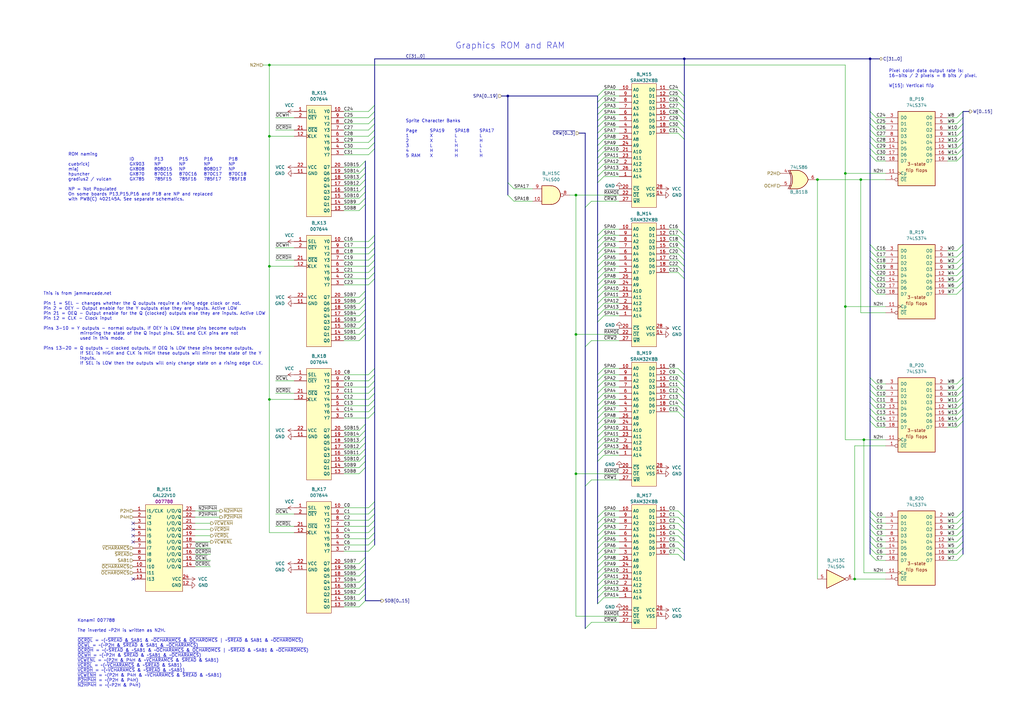
<source format=kicad_sch>
(kicad_sch (version 20231120) (generator "eeschema") (generator_version "8.0")
  (paper "A3")
  (title_block (title "Twin 16 - Rev B") (date "2024-08-04") (company "Konami GX785/GX870/GX808/GX903") (comment 1 "Ulf Skutnabba, twitter: @skutis77"))
  (junction (at 280.67 24.13))
  (junction (at 350.52 237.49))
  (junction (at 335.28 73.66))
  (junction (at 356.87 24.13))
  (junction (at 208.28 39.37))
  (junction (at 354.33 180.34))
  (junction (at 353.06 73.66))
  (junction (at 110.49 163.83))
  (junction (at 110.49 55.88))
  (junction (at 346.71 71.12))
  (junction (at 236.22 194.31))
  (junction (at 346.71 125.73))
  (junction (at 236.22 137.16))
  (junction (at 236.22 80.01))
  (junction (at 110.49 26.67))
  (junction (at 110.49 109.22))
  (no_connect (at 54.61 217.17))
  (no_connect (at 54.61 219.71))
  (no_connect (at 54.61 222.25))
  (no_connect (at 54.61 237.49))
  (no_connect (at 54.61 214.63))
  (bus_entry (at 245.11 74.93) (size 2.54 -2.54))
  (bus_entry (at 278.13 54.61) (size 2.54 2.54))
  (bus_entry (at 245.11 72.39) (size 2.54 -2.54))
  (bus_entry (at 245.11 59.69) (size 2.54 -2.54))
  (bus_entry (at 151.13 163.83) (size 2.54 -2.54))
  (bus_entry (at 278.13 46.99) (size 2.54 2.54))
  (bus_entry (at 147.32 181.61) (size 2.54 -2.54))
  (bus_entry (at 245.11 181.61) (size 2.54 -2.54))
  (bus_entry (at 245.11 96.52) (size 2.54 -2.54))
  (bus_entry (at 245.11 222.25) (size 2.54 -2.54))
  (bus_entry (at 147.32 86.36) (size 2.54 -2.54))
  (bus_entry (at 278.13 214.63) (size 2.54 2.54))
  (bus_entry (at 245.11 49.53) (size 2.54 -2.54))
  (bus_entry (at 394.97 50.8) (size -2.54 2.54))
  (bus_entry (at 245.11 64.77) (size 2.54 -2.54))
  (bus_entry (at 245.11 62.23) (size 2.54 -2.54))
  (bus_entry (at 245.11 119.38) (size 2.54 -2.54))
  (bus_entry (at 278.13 96.52) (size 2.54 2.54))
  (bus_entry (at 147.32 191.77) (size 2.54 -2.54))
  (bus_entry (at 245.11 109.22) (size 2.54 -2.54))
  (bus_entry (at 392.43 175.26) (size 2.54 -2.54))
  (bus_entry (at 147.32 78.74) (size 2.54 -2.54))
  (bus_entry (at 392.43 162.56) (size 2.54 -2.54))
  (bus_entry (at 394.97 58.42) (size -2.54 2.54))
  (bus_entry (at 245.11 234.95) (size 2.54 -2.54))
  (bus_entry (at 151.13 168.91) (size 2.54 -2.54))
  (bus_entry (at 356.87 227.33) (size 2.54 2.54))
  (bus_entry (at 278.13 163.83) (size 2.54 2.54))
  (bus_entry (at 392.43 172.72) (size 2.54 -2.54))
  (bus_entry (at 356.87 58.42) (size 2.54 2.54))
  (bus_entry (at 147.32 81.28) (size 2.54 -2.54))
  (bus_entry (at 245.11 245.11) (size 2.54 -2.54))
  (bus_entry (at 151.13 215.9) (size 2.54 -2.54))
  (bus_entry (at 394.97 53.34) (size -2.54 2.54))
  (bus_entry (at 147.32 76.2) (size 2.54 -2.54))
  (bus_entry (at 394.97 63.5) (size -2.54 2.54))
  (bus_entry (at 356.87 167.64) (size 2.54 2.54))
  (bus_entry (at 356.87 55.88) (size 2.54 2.54))
  (bus_entry (at 210.82 77.47) (size -2.54 -2.54))
  (bus_entry (at 151.13 210.82) (size 2.54 -2.54))
  (bus_entry (at 151.13 226.06) (size 2.54 -2.54))
  (bus_entry (at 151.13 106.68) (size 2.54 -2.54))
  (bus_entry (at 245.11 132.08) (size 2.54 -2.54))
  (bus_entry (at 392.43 167.64) (size 2.54 -2.54))
  (bus_entry (at 147.32 68.58) (size 2.54 -2.54))
  (bus_entry (at 278.13 212.09) (size 2.54 2.54))
  (bus_entry (at 356.87 115.57) (size 2.54 2.54))
  (bus_entry (at 208.28 80.01) (size 2.54 2.54))
  (bus_entry (at 245.11 217.17) (size 2.54 -2.54))
  (bus_entry (at 240.03 85.09) (size 2.54 -2.54))
  (bus_entry (at 356.87 60.96) (size 2.54 2.54))
  (bus_entry (at 151.13 104.14) (size 2.54 -2.54))
  (bus_entry (at 151.13 50.8) (size 2.54 -2.54))
  (bus_entry (at 240.03 142.24) (size 2.54 -2.54))
  (bus_entry (at 356.87 209.55) (size 2.54 2.54))
  (bus_entry (at 147.32 129.54) (size 2.54 -2.54))
  (bus_entry (at 392.43 224.79) (size 2.54 -2.54))
  (bus_entry (at 392.43 217.17) (size 2.54 -2.54))
  (bus_entry (at 245.11 219.71) (size 2.54 -2.54))
  (bus_entry (at 394.97 48.26) (size -2.54 2.54))
  (bus_entry (at 245.11 69.85) (size 2.54 -2.54))
  (bus_entry (at 151.13 99.06) (size 2.54 -2.54))
  (bus_entry (at 147.32 71.12) (size 2.54 -2.54))
  (bus_entry (at 240.03 257.81) (size 2.54 -2.54))
  (bus_entry (at 356.87 107.95) (size 2.54 2.54))
  (bus_entry (at 245.11 214.63) (size 2.54 -2.54))
  (bus_entry (at 245.11 39.37) (size 2.54 -2.54))
  (bus_entry (at 151.13 48.26) (size 2.54 -2.54))
  (bus_entry (at 151.13 53.34) (size 2.54 -2.54))
  (bus_entry (at 356.87 172.72) (size 2.54 2.54))
  (bus_entry (at 356.87 224.79) (size 2.54 2.54))
  (bus_entry (at 147.32 241.3) (size 2.54 -2.54))
  (bus_entry (at 245.11 212.09) (size 2.54 -2.54))
  (bus_entry (at 151.13 111.76) (size 2.54 -2.54))
  (bus_entry (at 151.13 166.37) (size 2.54 -2.54))
  (bus_entry (at 147.32 189.23) (size 2.54 -2.54))
  (bus_entry (at 278.13 52.07) (size 2.54 2.54))
  (bus_entry (at 356.87 170.18) (size 2.54 2.54))
  (bus_entry (at 245.11 99.06) (size 2.54 -2.54))
  (bus_entry (at 240.03 199.39) (size 2.54 -2.54))
  (bus_entry (at 245.11 57.15) (size 2.54 -2.54))
  (bus_entry (at 245.11 67.31) (size 2.54 -2.54))
  (bus_entry (at 151.13 158.75) (size 2.54 -2.54))
  (bus_entry (at 245.11 114.3) (size 2.54 -2.54))
  (bus_entry (at 245.11 54.61) (size 2.54 -2.54))
  (bus_entry (at 356.87 222.25) (size 2.54 2.54))
  (bus_entry (at 245.11 189.23) (size 2.54 -2.54))
  (bus_entry (at 147.32 184.15) (size 2.54 -2.54))
  (bus_entry (at 245.11 240.03) (size 2.54 -2.54))
  (bus_entry (at 147.32 236.22) (size 2.54 -2.54))
  (bus_entry (at 392.43 160.02) (size 2.54 -2.54))
  (bus_entry (at 245.11 184.15) (size 2.54 -2.54))
  (bus_entry (at 392.43 115.57) (size 2.54 -2.54))
  (bus_entry (at 356.87 100.33) (size 2.54 2.54))
  (bus_entry (at 151.13 156.21) (size 2.54 -2.54))
  (bus_entry (at 392.43 107.95) (size 2.54 -2.54))
  (bus_entry (at 147.32 231.14) (size 2.54 -2.54))
  (bus_entry (at 278.13 224.79) (size 2.54 2.54))
  (bus_entry (at 356.87 50.8) (size 2.54 2.54))
  (bus_entry (at 147.32 179.07) (size 2.54 -2.54))
  (bus_entry (at 356.87 53.34) (size 2.54 2.54))
  (bus_entry (at 151.13 45.72) (size 2.54 -2.54))
  (bus_entry (at 245.11 173.99) (size 2.54 -2.54))
  (bus_entry (at 245.11 176.53) (size 2.54 -2.54))
  (bus_entry (at 278.13 227.33) (size 2.54 2.54))
  (bus_entry (at 151.13 153.67) (size 2.54 -2.54))
  (bus_entry (at 278.13 166.37) (size 2.54 2.54))
  (bus_entry (at 278.13 44.45) (size 2.54 2.54))
  (bus_entry (at 278.13 161.29) (size 2.54 2.54))
  (bus_entry (at 278.13 209.55) (size 2.54 2.54))
  (bus_entry (at 151.13 218.44) (size 2.54 -2.54))
  (bus_entry (at 278.13 36.83) (size 2.54 2.54))
  (bus_entry (at 356.87 113.03) (size 2.54 2.54))
  (bus_entry (at 147.32 186.69) (size 2.54 -2.54))
  (bus_entry (at 278.13 151.13) (size 2.54 2.54))
  (bus_entry (at 278.13 104.14) (size 2.54 2.54))
  (bus_entry (at 392.43 118.11) (size 2.54 -2.54))
  (bus_entry (at 151.13 161.29) (size 2.54 -2.54))
  (bus_entry (at 147.32 248.92) (size 2.54 -2.54))
  (bus_entry (at 392.43 219.71) (size 2.54 -2.54))
  (bus_entry (at 278.13 168.91) (size 2.54 2.54))
  (bus_entry (at 151.13 101.6) (size 2.54 -2.54))
  (bus_entry (at 392.43 157.48) (size 2.54 -2.54))
  (bus_entry (at 151.13 114.3) (size 2.54 -2.54))
  (bus_entry (at 245.11 158.75) (size 2.54 -2.54))
  (bus_entry (at 278.13 106.68) (size 2.54 2.54))
  (bus_entry (at 151.13 55.88) (size 2.54 -2.54))
  (bus_entry (at 356.87 45.72) (size 2.54 2.54))
  (bus_entry (at 245.11 242.57) (size 2.54 -2.54))
  (bus_entry (at 278.13 222.25) (size 2.54 2.54))
  (bus_entry (at 147.32 233.68) (size 2.54 -2.54))
  (bus_entry (at 245.11 168.91) (size 2.54 -2.54))
  (bus_entry (at 392.43 222.25) (size 2.54 -2.54))
  (bus_entry (at 245.11 237.49) (size 2.54 -2.54))
  (bus_entry (at 278.13 101.6) (size 2.54 2.54))
  (bus_entry (at 151.13 220.98) (size 2.54 -2.54))
  (bus_entry (at 245.11 127) (size 2.54 -2.54))
  (bus_entry (at 151.13 208.28) (size 2.54 -2.54))
  (bus_entry (at 147.32 124.46) (size 2.54 -2.54))
  (bus_entry (at 151.13 116.84) (size 2.54 -2.54))
  (bus_entry (at 147.32 176.53) (size 2.54 -2.54))
  (bus_entry (at 147.32 127) (size 2.54 -2.54))
  (bus_entry (at 392.43 214.63) (size 2.54 -2.54))
  (bus_entry (at 245.11 186.69) (size 2.54 -2.54))
  (bus_entry (at 356.87 162.56) (size 2.54 2.54))
  (bus_entry (at 392.43 102.87) (size 2.54 -2.54))
  (bus_entry (at 245.11 52.07) (size 2.54 -2.54))
  (bus_entry (at 151.13 60.96) (size 2.54 -2.54))
  (bus_entry (at 278.13 109.22) (size 2.54 2.54))
  (bus_entry (at 278.13 153.67) (size 2.54 2.54))
  (bus_entry (at 356.87 160.02) (size 2.54 2.54))
  (bus_entry (at 278.13 41.91) (size 2.54 2.54))
  (bus_entry (at 392.43 229.87) (size 2.54 -2.54))
  (bus_entry (at 278.13 99.06) (size 2.54 2.54))
  (bus_entry (at 245.11 232.41) (size 2.54 -2.54))
  (bus_entry (at 356.87 214.63) (size 2.54 2.54))
  (bus_entry (at 392.43 110.49) (size 2.54 -2.54))
  (bus_entry (at 245.11 224.79) (size 2.54 -2.54))
  (bus_entry (at 245.11 124.46) (size 2.54 -2.54))
  (bus_entry (at 147.32 121.92) (size 2.54 -2.54))
  (bus_entry (at 151.13 58.42) (size 2.54 -2.54))
  (bus_entry (at 356.87 63.5) (size 2.54 2.54))
  (bus_entry (at 245.11 104.14) (size 2.54 -2.54))
  (bus_entry (at 245.11 156.21) (size 2.54 -2.54))
  (bus_entry (at 245.11 247.65) (size 2.54 -2.54))
  (bus_entry (at 356.87 212.09) (size 2.54 2.54))
  (bus_entry (at 245.11 46.99) (size 2.54 -2.54))
  (bus_entry (at 356.87 154.94) (size 2.54 2.54))
  (bus_entry (at 394.97 60.96) (size -2.54 2.54))
  (bus_entry (at 394.97 45.72) (size -2.54 2.54))
  (bus_entry (at 278.13 39.37) (size 2.54 2.54))
  (bus_entry (at 356.87 157.48) (size 2.54 2.54))
  (bus_entry (at 278.13 158.75) (size 2.54 2.54))
  (bus_entry (at 147.32 83.82) (size 2.54 -2.54))
  (bus_entry (at 356.87 48.26) (size 2.54 2.54))
  (bus_entry (at 151.13 109.22) (size 2.54 -2.54))
  (bus_entry (at 394.97 55.88) (size -2.54 2.54))
  (bus_entry (at 151.13 213.36) (size 2.54 -2.54))
  (bus_entry (at 147.32 139.7) (size 2.54 -2.54))
  (bus_entry (at 147.32 132.08) (size 2.54 -2.54))
  (bus_entry (at 392.43 113.03) (size 2.54 -2.54))
  (bus_entry (at 245.11 121.92) (size 2.54 -2.54))
  (bus_entry (at 278.13 217.17) (size 2.54 2.54))
  (bus_entry (at 245.11 44.45) (size 2.54 -2.54))
  (bus_entry (at 245.11 229.87) (size 2.54 -2.54))
  (bus_entry (at 147.32 238.76) (size 2.54 -2.54))
  (bus_entry (at 245.11 227.33) (size 2.54 -2.54))
  (bus_entry (at 356.87 110.49) (size 2.54 2.54))
  (bus_entry (at 245.11 163.83) (size 2.54 -2.54))
  (bus_entry (at 392.43 227.33) (size 2.54 -2.54))
  (bus_entry (at 245.11 171.45) (size 2.54 -2.54))
  (bus_entry (at 151.13 63.5) (size 2.54 -2.54))
  (bus_entry (at 147.32 243.84) (size 2.54 -2.54))
  (bus_entry (at 392.43 105.41) (size 2.54 -2.54))
  (bus_entry (at 245.11 179.07) (size 2.54 -2.54))
  (bus_entry (at 245.11 161.29) (size 2.54 -2.54))
  (bus_entry (at 151.13 223.52) (size 2.54 -2.54))
  (bus_entry (at 147.32 194.31) (size 2.54 -2.54))
  (bus_entry (at 245.11 153.67) (size 2.54 -2.54))
  (bus_entry (at 278.13 219.71) (size 2.54 2.54))
  (bus_entry (at 356.87 165.1) (size 2.54 2.54))
  (bus_entry (at 151.13 171.45) (size 2.54 -2.54))
  (bus_entry (at 356.87 118.11) (size 2.54 2.54))
  (bus_entry (at 245.11 166.37) (size 2.54 -2.54))
  (bus_entry (at 356.87 105.41) (size 2.54 2.54))
  (bus_entry (at 147.32 246.38) (size 2.54 -2.54))
  (bus_entry (at 392.43 212.09) (size 2.54 -2.54))
  (bus_entry (at 392.43 165.1) (size 2.54 -2.54))
  (bus_entry (at 245.11 116.84) (size 2.54 -2.54))
  (bus_entry (at 356.87 219.71) (size 2.54 2.54))
  (bus_entry (at 278.13 156.21) (size 2.54 2.54))
  (bus_entry (at 147.32 137.16) (size 2.54 -2.54))
  (bus_entry (at 245.11 41.91) (size 2.54 -2.54))
  (bus_entry (at 278.13 49.53) (size 2.54 2.54))
  (bus_entry (at 245.11 129.54) (size 2.54 -2.54))
  (bus_entry (at 356.87 217.17) (size 2.54 2.54))
  (bus_entry (at 278.13 111.76) (size 2.54 2.54))
  (bus_entry (at 356.87 102.87) (size 2.54 2.54))
  (bus_entry (at 245.11 106.68) (size 2.54 -2.54))
  (bus_entry (at 392.43 170.18) (size 2.54 -2.54))
  (bus_entry (at 147.32 73.66) (size 2.54 -2.54))
  (bus_entry (at 278.13 93.98) (size 2.54 2.54))
  (bus_entry (at 147.32 134.62) (size 2.54 -2.54))
  (bus_entry (at 245.11 101.6) (size 2.54 -2.54))
  (bus_entry (at 245.11 111.76) (size 2.54 -2.54))
  (bus_entry (at 392.43 120.65) (size 2.54 -2.54))
  (wire (pts (xy 247.65 181.61) (xy 254 181.61)))
  (wire (pts (xy 388.62 115.57) (xy 392.43 115.57)))
  (bus (pts (xy 394.97 160.02) (xy 394.97 157.48)))
  (bus (pts (xy 394.97 110.49) (xy 394.97 107.95)))
  (bus (pts (xy 280.67 52.07) (xy 280.67 54.61)))
  (wire (pts (xy 359.41 113.03) (xy 363.22 113.03)))
  (wire (pts (xy 274.32 168.91) (xy 278.13 168.91)))
  (wire (pts (xy 110.49 26.67) (xy 110.49 55.88)))
  (bus (pts (xy 153.67 168.91) (xy 153.67 205.74)))
  (bus (pts (xy 245.11 166.37) (xy 245.11 168.91)))
  (bus (pts (xy 394.97 45.72) (xy 397.51 45.72)))
  (bus (pts (xy 245.11 99.06) (xy 245.11 101.6)))
  (wire (pts (xy 113.03 215.9) (xy 120.65 215.9)))
  (wire (pts (xy 247.65 186.69) (xy 254 186.69)))
  (bus (pts (xy 149.86 78.74) (xy 149.86 81.28)))
  (bus (pts (xy 245.11 59.69) (xy 245.11 62.23)))
  (bus (pts (xy 280.67 106.68) (xy 280.67 109.22)))
  (bus (pts (xy 149.86 73.66) (xy 149.86 76.2)))
  (wire (pts (xy 236.22 194.31) (xy 236.22 252.73)))
  (bus (pts (xy 280.67 39.37) (xy 280.67 41.91)))
  (wire (pts (xy 274.32 153.67) (xy 278.13 153.67)))
  (bus (pts (xy 280.67 217.17) (xy 280.67 219.71)))
  (bus (pts (xy 245.11 156.21) (xy 245.11 158.75)))
  (bus (pts (xy 394.97 118.11) (xy 394.97 115.57)))
  (wire (pts (xy 80.01 227.33) (xy 86.36 227.33)))
  (wire (pts (xy 247.65 179.07) (xy 254 179.07)))
  (wire (pts (xy 247.65 227.33) (xy 254 227.33)))
  (wire (pts (xy 388.62 55.88) (xy 392.43 55.88)))
  (wire (pts (xy 388.62 160.02) (xy 392.43 160.02)))
  (bus (pts (xy 153.67 215.9) (xy 153.67 218.44)))
  (wire (pts (xy 388.62 229.87) (xy 392.43 229.87)))
  (wire (pts (xy 388.62 107.95) (xy 392.43 107.95)))
  (bus (pts (xy 153.67 101.6) (xy 153.67 104.14)))
  (bus (pts (xy 153.67 104.14) (xy 153.67 106.68)))
  (wire (pts (xy 242.57 255.27) (xy 254 255.27)))
  (bus (pts (xy 394.97 53.34) (xy 394.97 50.8)))
  (wire (pts (xy 247.65 93.98) (xy 254 93.98)))
  (bus (pts (xy 280.67 54.61) (xy 280.67 57.15)))
  (bus (pts (xy 153.67 58.42) (xy 153.67 60.96)))
  (wire (pts (xy 247.65 222.25) (xy 254 222.25)))
  (wire (pts (xy 140.97 45.72) (xy 151.13 45.72)))
  (wire (pts (xy 335.28 73.66) (xy 335.28 237.49)))
  (bus (pts (xy 245.11 106.68) (xy 245.11 109.22)))
  (wire (pts (xy 274.32 166.37) (xy 278.13 166.37)))
  (bus (pts (xy 245.11 217.17) (xy 245.11 219.71)))
  (wire (pts (xy 346.71 26.67) (xy 346.71 71.12)))
  (wire (pts (xy 346.71 180.34) (xy 354.33 180.34)))
  (wire (pts (xy 388.62 162.56) (xy 392.43 162.56)))
  (wire (pts (xy 274.32 156.21) (xy 278.13 156.21)))
  (bus (pts (xy 149.86 124.46) (xy 149.86 127)))
  (wire (pts (xy 247.65 59.69) (xy 254 59.69)))
  (bus (pts (xy 153.67 166.37) (xy 153.67 168.91)))
  (bus (pts (xy 394.97 209.55) (xy 394.97 172.72)))
  (bus (pts (xy 153.67 213.36) (xy 153.67 215.9)))
  (bus (pts (xy 149.86 68.58) (xy 149.86 71.12)))
  (wire (pts (xy 359.41 66.04) (xy 363.22 66.04)))
  (wire (pts (xy 247.65 156.21) (xy 254 156.21)))
  (bus (pts (xy 394.97 113.03) (xy 394.97 110.49)))
  (wire (pts (xy 359.41 162.56) (xy 363.22 162.56)))
  (wire (pts (xy 247.65 67.31) (xy 254 67.31)))
  (bus (pts (xy 394.97 154.94) (xy 394.97 118.11)))
  (wire (pts (xy 140.97 55.88) (xy 151.13 55.88)))
  (bus (pts (xy 149.86 81.28) (xy 149.86 83.82)))
  (wire (pts (xy 388.62 53.34) (xy 392.43 53.34)))
  (wire (pts (xy 110.49 109.22) (xy 120.65 109.22)))
  (wire (pts (xy 274.32 36.83) (xy 278.13 36.83)))
  (wire (pts (xy 140.97 83.82) (xy 147.32 83.82)))
  (wire (pts (xy 140.97 215.9) (xy 151.13 215.9)))
  (bus (pts (xy 356.87 222.25) (xy 356.87 224.79)))
  (bus (pts (xy 153.67 156.21) (xy 153.67 158.75)))
  (wire (pts (xy 247.65 72.39) (xy 254 72.39)))
  (wire (pts (xy 140.97 58.42) (xy 151.13 58.42)))
  (bus (pts (xy 208.28 39.37) (xy 208.28 74.93)))
  (wire (pts (xy 350.52 237.49) (xy 363.22 237.49)))
  (bus (pts (xy 356.87 58.42) (xy 356.87 60.96)))
  (wire (pts (xy 140.97 194.31) (xy 147.32 194.31)))
  (wire (pts (xy 140.97 139.7) (xy 147.32 139.7)))
  (bus (pts (xy 149.86 83.82) (xy 149.86 119.38)))
  (bus (pts (xy 356.87 102.87) (xy 356.87 105.41)))
  (wire (pts (xy 140.97 208.28) (xy 151.13 208.28)))
  (bus (pts (xy 149.86 66.04) (xy 149.86 68.58)))
  (wire (pts (xy 388.62 110.49) (xy 392.43 110.49)))
  (bus (pts (xy 280.67 227.33) (xy 280.67 229.87)))
  (wire (pts (xy 388.62 120.65) (xy 392.43 120.65)))
  (bus (pts (xy 394.97 105.41) (xy 394.97 102.87)))
  (bus (pts (xy 280.67 166.37) (xy 280.67 168.91)))
  (wire (pts (xy 274.32 224.79) (xy 278.13 224.79)))
  (bus (pts (xy 245.11 39.37) (xy 208.28 39.37)))
  (wire (pts (xy 140.97 104.14) (xy 151.13 104.14)))
  (bus (pts (xy 245.11 127) (xy 245.11 129.54)))
  (bus (pts (xy 149.86 71.12) (xy 149.86 73.66)))
  (wire (pts (xy 388.62 63.5) (xy 392.43 63.5)))
  (wire (pts (xy 247.65 46.99) (xy 254 46.99)))
  (wire (pts (xy 274.32 214.63) (xy 278.13 214.63)))
  (wire (pts (xy 359.41 105.41) (xy 363.22 105.41)))
  (wire (pts (xy 140.97 220.98) (xy 151.13 220.98)))
  (bus (pts (xy 245.11 184.15) (xy 245.11 186.69)))
  (bus (pts (xy 394.97 55.88) (xy 394.97 53.34)))
  (bus (pts (xy 153.67 158.75) (xy 153.67 161.29)))
  (wire (pts (xy 113.03 48.26) (xy 120.65 48.26)))
  (bus (pts (xy 280.67 158.75) (xy 280.67 161.29)))
  (bus (pts (xy 149.86 233.68) (xy 149.86 236.22)))
  (bus (pts (xy 280.67 171.45) (xy 280.67 212.09)))
  (wire (pts (xy 247.65 62.23) (xy 254 62.23)))
  (wire (pts (xy 140.97 213.36) (xy 151.13 213.36)))
  (bus (pts (xy 245.11 227.33) (xy 245.11 229.87)))
  (wire (pts (xy 236.22 80.01) (xy 254 80.01)))
  (wire (pts (xy 140.97 248.92) (xy 147.32 248.92)))
  (bus (pts (xy 394.97 63.5) (xy 394.97 60.96)))
  (bus (pts (xy 280.67 99.06) (xy 280.67 101.6)))
  (wire (pts (xy 110.49 55.88) (xy 120.65 55.88)))
  (bus (pts (xy 245.11 121.92) (xy 245.11 124.46)))
  (wire (pts (xy 274.32 39.37) (xy 278.13 39.37)))
  (wire (pts (xy 346.71 71.12) (xy 363.22 71.12)))
  (wire (pts (xy 274.32 151.13) (xy 278.13 151.13)))
  (wire (pts (xy 110.49 109.22) (xy 110.49 55.88)))
  (bus (pts (xy 153.67 24.13) (xy 153.67 43.18)))
  (bus (pts (xy 356.87 110.49) (xy 356.87 113.03)))
  (wire (pts (xy 274.32 222.25) (xy 278.13 222.25)))
  (wire (pts (xy 274.32 101.6) (xy 278.13 101.6)))
  (wire (pts (xy 247.65 229.87) (xy 254 229.87)))
  (wire (pts (xy 274.32 96.52) (xy 278.13 96.52)))
  (wire (pts (xy 274.32 163.83) (xy 278.13 163.83)))
  (bus (pts (xy 394.97 224.79) (xy 394.97 222.25)))
  (wire (pts (xy 140.97 184.15) (xy 147.32 184.15)))
  (bus (pts (xy 245.11 96.52) (xy 245.11 99.06)))
  (wire (pts (xy 274.32 54.61) (xy 278.13 54.61)))
  (wire (pts (xy 110.49 163.83) (xy 110.49 218.44)))
  (wire (pts (xy 274.32 46.99) (xy 278.13 46.99)))
  (wire (pts (xy 388.62 118.11) (xy 392.43 118.11)))
  (bus (pts (xy 245.11 173.99) (xy 245.11 176.53)))
  (bus (pts (xy 153.67 220.98) (xy 153.67 223.52)))
  (wire (pts (xy 210.82 82.55) (xy 218.44 82.55)))
  (bus (pts (xy 245.11 212.09) (xy 245.11 214.63)))
  (bus (pts (xy 356.87 172.72) (xy 356.87 209.55)))
  (wire (pts (xy 140.97 161.29) (xy 151.13 161.29)))
  (wire (pts (xy 140.97 127) (xy 147.32 127)))
  (bus (pts (xy 245.11 44.45) (xy 245.11 46.99)))
  (wire (pts (xy 140.97 238.76) (xy 147.32 238.76)))
  (wire (pts (xy 388.62 102.87) (xy 392.43 102.87)))
  (bus (pts (xy 149.86 176.53) (xy 149.86 179.07)))
  (wire (pts (xy 242.57 82.55) (xy 254 82.55)))
  (wire (pts (xy 247.65 209.55) (xy 254 209.55)))
  (wire (pts (xy 247.65 44.45) (xy 254 44.45)))
  (wire (pts (xy 335.28 73.66) (xy 353.06 73.66)))
  (bus (pts (xy 356.87 107.95) (xy 356.87 110.49)))
  (bus (pts (xy 356.87 165.1) (xy 356.87 167.64)))
  (wire (pts (xy 107.95 26.67) (xy 110.49 26.67)))
  (wire (pts (xy 359.41 214.63) (xy 363.22 214.63)))
  (bus (pts (xy 149.86 127) (xy 149.86 129.54)))
  (bus (pts (xy 245.11 240.03) (xy 245.11 242.57)))
  (bus (pts (xy 245.11 49.53) (xy 245.11 52.07)))
  (wire (pts (xy 80.01 209.55) (xy 90.17 209.55)))
  (wire (pts (xy 274.32 99.06) (xy 278.13 99.06)))
  (bus (pts (xy 356.87 50.8) (xy 356.87 53.34)))
  (wire (pts (xy 247.65 49.53) (xy 254 49.53)))
  (wire (pts (xy 247.65 214.63) (xy 254 214.63)))
  (wire (pts (xy 140.97 186.69) (xy 147.32 186.69)))
  (bus (pts (xy 245.11 189.23) (xy 245.11 212.09)))
  (wire (pts (xy 140.97 231.14) (xy 147.32 231.14)))
  (bus (pts (xy 245.11 101.6) (xy 245.11 104.14)))
  (wire (pts (xy 140.97 153.67) (xy 151.13 153.67)))
  (bus (pts (xy 153.67 55.88) (xy 153.67 58.42)))
  (bus (pts (xy 245.11 222.25) (xy 245.11 224.79)))
  (wire (pts (xy 140.97 50.8) (xy 151.13 50.8)))
  (wire (pts (xy 140.97 191.77) (xy 147.32 191.77)))
  (bus (pts (xy 245.11 62.23) (xy 245.11 64.77)))
  (wire (pts (xy 140.97 71.12) (xy 147.32 71.12)))
  (wire (pts (xy 247.65 237.49) (xy 254 237.49)))
  (bus (pts (xy 149.86 184.15) (xy 149.86 186.69)))
  (wire (pts (xy 359.41 157.48) (xy 363.22 157.48)))
  (bus (pts (xy 394.97 219.71) (xy 394.97 217.17)))
  (wire (pts (xy 388.62 66.04) (xy 392.43 66.04)))
  (wire (pts (xy 140.97 166.37) (xy 151.13 166.37)))
  (wire (pts (xy 242.57 139.7) (xy 254 139.7)))
  (wire (pts (xy 140.97 73.66) (xy 147.32 73.66)))
  (bus (pts (xy 240.03 54.61) (xy 240.03 85.09)))
  (wire (pts (xy 359.41 48.26) (xy 363.22 48.26)))
  (wire (pts (xy 140.97 163.83) (xy 151.13 163.83)))
  (wire (pts (xy 359.41 60.96) (xy 363.22 60.96)))
  (bus (pts (xy 149.86 243.84) (xy 149.86 246.38)))
  (wire (pts (xy 140.97 106.68) (xy 151.13 106.68)))
  (bus (pts (xy 280.67 214.63) (xy 280.67 217.17)))
  (wire (pts (xy 247.65 219.71) (xy 254 219.71)))
  (bus (pts (xy 394.97 227.33) (xy 394.97 224.79)))
  (wire (pts (xy 274.32 49.53) (xy 278.13 49.53)))
  (bus (pts (xy 153.67 50.8) (xy 153.67 53.34)))
  (wire (pts (xy 359.41 110.49) (xy 363.22 110.49)))
  (wire (pts (xy 140.97 210.82) (xy 151.13 210.82)))
  (wire (pts (xy 140.97 241.3) (xy 147.32 241.3)))
  (wire (pts (xy 346.71 125.73) (xy 363.22 125.73)))
  (bus (pts (xy 153.67 53.34) (xy 153.67 55.88)))
  (bus (pts (xy 394.97 162.56) (xy 394.97 160.02)))
  (bus (pts (xy 153.67 210.82) (xy 153.67 213.36)))
  (wire (pts (xy 274.32 111.76) (xy 278.13 111.76)))
  (bus (pts (xy 356.87 212.09) (xy 356.87 214.63)))
  (wire (pts (xy 236.22 137.16) (xy 236.22 194.31)))
  (wire (pts (xy 247.65 57.15) (xy 254 57.15)))
  (bus (pts (xy 280.67 24.13) (xy 280.67 39.37)))
  (bus (pts (xy 245.11 161.29) (xy 245.11 163.83)))
  (bus (pts (xy 245.11 237.49) (xy 245.11 240.03)))
  (bus (pts (xy 280.67 44.45) (xy 280.67 46.99)))
  (wire (pts (xy 353.06 128.27) (xy 363.22 128.27)))
  (wire (pts (xy 363.22 182.88) (xy 350.52 182.88)))
  (wire (pts (xy 140.97 233.68) (xy 147.32 233.68)))
  (wire (pts (xy 140.97 246.38) (xy 147.32 246.38)))
  (wire (pts (xy 359.41 107.95) (xy 363.22 107.95)))
  (wire (pts (xy 274.32 161.29) (xy 278.13 161.29)))
  (wire (pts (xy 247.65 96.52) (xy 254 96.52)))
  (bus (pts (xy 245.11 163.83) (xy 245.11 166.37)))
  (bus (pts (xy 280.67 224.79) (xy 280.67 227.33)))
  (bus (pts (xy 394.97 48.26) (xy 394.97 45.72)))
  (bus (pts (xy 153.67 151.13) (xy 153.67 153.67)))
  (bus (pts (xy 245.11 179.07) (xy 245.11 181.61)))
  (bus (pts (xy 245.11 111.76) (xy 245.11 114.3)))
  (wire (pts (xy 113.03 106.68) (xy 120.65 106.68)))
  (bus (pts (xy 356.87 113.03) (xy 356.87 115.57)))
  (bus (pts (xy 240.03 85.09) (xy 240.03 142.24)))
  (wire (pts (xy 113.03 101.6) (xy 120.65 101.6)))
  (bus (pts (xy 245.11 234.95) (xy 245.11 237.49)))
  (wire (pts (xy 359.41 219.71) (xy 363.22 219.71)))
  (bus (pts (xy 149.86 134.62) (xy 149.86 137.16)))
  (bus (pts (xy 356.87 154.94) (xy 356.87 157.48)))
  (wire (pts (xy 247.65 158.75) (xy 254 158.75)))
  (bus (pts (xy 149.86 119.38) (xy 149.86 121.92)))
  (bus (pts (xy 280.67 111.76) (xy 280.67 114.3)))
  (bus (pts (xy 394.97 217.17) (xy 394.97 214.63)))
  (wire (pts (xy 388.62 217.17) (xy 392.43 217.17)))
  (bus (pts (xy 394.97 100.33) (xy 394.97 63.5)))
  (wire (pts (xy 388.62 165.1) (xy 392.43 165.1)))
  (bus (pts (xy 394.97 172.72) (xy 394.97 170.18)))
  (bus (pts (xy 356.87 214.63) (xy 356.87 217.17)))
  (wire (pts (xy 86.36 222.25) (xy 80.01 222.25)))
  (wire (pts (xy 247.65 127) (xy 254 127)))
  (bus (pts (xy 149.86 121.92) (xy 149.86 124.46)))
  (bus (pts (xy 245.11 74.93) (xy 245.11 96.52)))
  (bus (pts (xy 356.87 217.17) (xy 356.87 219.71)))
  (wire (pts (xy 359.41 224.79) (xy 363.22 224.79)))
  (bus (pts (xy 356.87 45.72) (xy 356.87 24.13)))
  (wire (pts (xy 140.97 158.75) (xy 151.13 158.75)))
  (bus (pts (xy 394.97 58.42) (xy 394.97 55.88)))
  (bus (pts (xy 394.97 157.48) (xy 394.97 154.94)))
  (bus (pts (xy 280.67 219.71) (xy 280.67 222.25)))
  (wire (pts (xy 247.65 168.91) (xy 254 168.91)))
  (wire (pts (xy 233.68 80.01) (xy 236.22 80.01)))
  (wire (pts (xy 140.97 236.22) (xy 147.32 236.22)))
  (wire (pts (xy 140.97 243.84) (xy 147.32 243.84)))
  (wire (pts (xy 247.65 106.68) (xy 254 106.68)))
  (wire (pts (xy 140.97 181.61) (xy 147.32 181.61)))
  (bus (pts (xy 149.86 246.38) (xy 156.21 246.38)))
  (bus (pts (xy 245.11 54.61) (xy 245.11 57.15)))
  (wire (pts (xy 140.97 121.92) (xy 147.32 121.92)))
  (bus (pts (xy 149.86 231.14) (xy 149.86 233.68)))
  (bus (pts (xy 356.87 45.72) (xy 356.87 48.26)))
  (wire (pts (xy 388.62 58.42) (xy 392.43 58.42)))
  (wire (pts (xy 110.49 163.83) (xy 120.65 163.83)))
  (bus (pts (xy 240.03 199.39) (xy 240.03 257.81)))
  (bus (pts (xy 149.86 236.22) (xy 149.86 238.76)))
  (wire (pts (xy 247.65 166.37) (xy 254 166.37)))
  (wire (pts (xy 388.62 105.41) (xy 392.43 105.41)))
  (wire (pts (xy 274.32 212.09) (xy 278.13 212.09)))
  (wire (pts (xy 236.22 137.16) (xy 254 137.16)))
  (bus (pts (xy 245.11 153.67) (xy 245.11 156.21)))
  (bus (pts (xy 245.11 229.87) (xy 245.11 232.41)))
  (wire (pts (xy 359.41 53.34) (xy 363.22 53.34)))
  (wire (pts (xy 359.41 160.02) (xy 363.22 160.02)))
  (bus (pts (xy 245.11 72.39) (xy 245.11 74.93)))
  (wire (pts (xy 359.41 172.72) (xy 363.22 172.72)))
  (wire (pts (xy 140.97 114.3) (xy 151.13 114.3)))
  (bus (pts (xy 245.11 168.91) (xy 245.11 171.45)))
  (wire (pts (xy 359.41 50.8) (xy 363.22 50.8)))
  (wire (pts (xy 140.97 60.96) (xy 151.13 60.96)))
  (bus (pts (xy 356.87 63.5) (xy 356.87 100.33)))
  (bus (pts (xy 280.67 41.91) (xy 280.67 44.45)))
  (bus (pts (xy 280.67 212.09) (xy 280.67 214.63)))
  (bus (pts (xy 245.11 67.31) (xy 245.11 69.85)))
  (wire (pts (xy 140.97 124.46) (xy 147.32 124.46)))
  (wire (pts (xy 247.65 116.84) (xy 254 116.84)))
  (wire (pts (xy 140.97 168.91) (xy 151.13 168.91)))
  (wire (pts (xy 247.65 163.83) (xy 254 163.83)))
  (wire (pts (xy 388.62 50.8) (xy 392.43 50.8)))
  (wire (pts (xy 113.03 161.29) (xy 120.65 161.29)))
  (bus (pts (xy 153.67 109.22) (xy 153.67 111.76)))
  (wire (pts (xy 274.32 44.45) (xy 278.13 44.45)))
  (wire (pts (xy 140.97 53.34) (xy 151.13 53.34)))
  (bus (pts (xy 153.67 43.18) (xy 153.67 45.72)))
  (wire (pts (xy 110.49 163.83) (xy 110.49 109.22)))
  (wire (pts (xy 113.03 210.82) (xy 120.65 210.82)))
  (wire (pts (xy 247.65 119.38) (xy 254 119.38)))
  (wire (pts (xy 140.97 63.5) (xy 151.13 63.5)))
  (wire (pts (xy 247.65 245.11) (xy 254 245.11)))
  (wire (pts (xy 388.62 172.72) (xy 392.43 172.72)))
  (wire (pts (xy 353.06 73.66) (xy 363.22 73.66)))
  (bus (pts (xy 394.97 102.87) (xy 394.97 100.33)))
  (wire (pts (xy 388.62 212.09) (xy 392.43 212.09)))
  (wire (pts (xy 247.65 232.41) (xy 254 232.41)))
  (wire (pts (xy 86.36 217.17) (xy 80.01 217.17)))
  (bus (pts (xy 394.97 222.25) (xy 394.97 219.71)))
  (bus (pts (xy 245.11 245.11) (xy 245.11 247.65)))
  (bus (pts (xy 153.67 161.29) (xy 153.67 163.83)))
  (wire (pts (xy 140.97 223.52) (xy 151.13 223.52)))
  (bus (pts (xy 245.11 181.61) (xy 245.11 184.15)))
  (wire (pts (xy 247.65 109.22) (xy 254 109.22)))
  (wire (pts (xy 247.65 99.06) (xy 254 99.06)))
  (wire (pts (xy 247.65 176.53) (xy 254 176.53)))
  (wire (pts (xy 140.97 111.76) (xy 151.13 111.76)))
  (bus (pts (xy 280.67 46.99) (xy 280.67 49.53)))
  (wire (pts (xy 274.32 217.17) (xy 278.13 217.17)))
  (bus (pts (xy 280.67 153.67) (xy 280.67 156.21)))
  (bus (pts (xy 356.87 209.55) (xy 356.87 212.09)))
  (wire (pts (xy 210.82 77.47) (xy 218.44 77.47)))
  (wire (pts (xy 274.32 209.55) (xy 278.13 209.55)))
  (bus (pts (xy 280.67 49.53) (xy 280.67 52.07)))
  (wire (pts (xy 140.97 81.28) (xy 147.32 81.28)))
  (bus (pts (xy 356.87 60.96) (xy 356.87 63.5)))
  (bus (pts (xy 356.87 53.34) (xy 356.87 55.88)))
  (bus (pts (xy 394.97 214.63) (xy 394.97 212.09)))
  (wire (pts (xy 110.49 218.44) (xy 120.65 218.44)))
  (bus (pts (xy 280.67 57.15) (xy 280.67 96.52)))
  (bus (pts (xy 356.87 118.11) (xy 356.87 154.94)))
  (wire (pts (xy 140.97 101.6) (xy 151.13 101.6)))
  (bus (pts (xy 245.11 104.14) (xy 245.11 106.68)))
  (wire (pts (xy 359.41 167.64) (xy 363.22 167.64)))
  (wire (pts (xy 388.62 175.26) (xy 392.43 175.26)))
  (bus (pts (xy 149.86 191.77) (xy 149.86 228.6)))
  (bus (pts (xy 356.87 167.64) (xy 356.87 170.18)))
  (bus (pts (xy 245.11 214.63) (xy 245.11 217.17)))
  (wire (pts (xy 140.97 99.06) (xy 151.13 99.06)))
  (bus (pts (xy 149.86 137.16) (xy 149.86 173.99)))
  (bus (pts (xy 356.87 219.71) (xy 356.87 222.25)))
  (wire (pts (xy 388.62 227.33) (xy 392.43 227.33)))
  (wire (pts (xy 346.71 125.73) (xy 346.71 71.12)))
  (wire (pts (xy 86.36 214.63) (xy 80.01 214.63)))
  (bus (pts (xy 245.11 132.08) (xy 245.11 153.67)))
  (bus (pts (xy 356.87 170.18) (xy 356.87 172.72)))
  (wire (pts (xy 247.65 111.76) (xy 254 111.76)))
  (wire (pts (xy 247.65 64.77) (xy 254 64.77)))
  (wire (pts (xy 247.65 36.83) (xy 254 36.83)))
  (bus (pts (xy 356.87 224.79) (xy 356.87 227.33)))
  (wire (pts (xy 354.33 234.95) (xy 354.33 180.34)))
  (bus (pts (xy 245.11 46.99) (xy 245.11 49.53)))
  (bus (pts (xy 153.67 205.74) (xy 153.67 208.28)))
  (wire (pts (xy 247.65 173.99) (xy 254 173.99)))
  (bus (pts (xy 245.11 69.85) (xy 245.11 72.39)))
  (bus (pts (xy 149.86 228.6) (xy 149.86 231.14)))
  (bus (pts (xy 149.86 76.2) (xy 149.86 78.74)))
  (wire (pts (xy 354.33 234.95) (xy 363.22 234.95)))
  (bus (pts (xy 394.97 167.64) (xy 394.97 165.1)))
  (wire (pts (xy 247.65 54.61) (xy 254 54.61)))
  (wire (pts (xy 110.49 26.67) (xy 346.71 26.67)))
  (bus (pts (xy 280.67 96.52) (xy 280.67 99.06)))
  (bus (pts (xy 153.67 114.3) (xy 153.67 151.13)))
  (wire (pts (xy 388.62 219.71) (xy 392.43 219.71)))
  (wire (pts (xy 359.41 118.11) (xy 363.22 118.11)))
  (bus (pts (xy 245.11 52.07) (xy 245.11 54.61)))
  (bus (pts (xy 149.86 241.3) (xy 149.86 243.84)))
  (bus (pts (xy 394.97 165.1) (xy 394.97 162.56)))
  (wire (pts (xy 247.65 52.07) (xy 254 52.07)))
  (wire (pts (xy 247.65 242.57) (xy 254 242.57)))
  (wire (pts (xy 236.22 194.31) (xy 254 194.31)))
  (bus (pts (xy 394.97 212.09) (xy 394.97 209.55)))
  (wire (pts (xy 350.52 182.88) (xy 350.52 237.49)))
  (bus (pts (xy 394.97 107.95) (xy 394.97 105.41)))
  (bus (pts (xy 280.67 168.91) (xy 280.67 171.45)))
  (wire (pts (xy 359.41 175.26) (xy 363.22 175.26)))
  (bus (pts (xy 245.11 41.91) (xy 245.11 44.45)))
  (bus (pts (xy 245.11 232.41) (xy 245.11 234.95)))
  (wire (pts (xy 247.65 217.17) (xy 254 217.17)))
  (wire (pts (xy 140.97 137.16) (xy 147.32 137.16)))
  (bus (pts (xy 153.67 153.67) (xy 153.67 156.21)))
  (bus (pts (xy 356.87 55.88) (xy 356.87 58.42)))
  (wire (pts (xy 113.03 156.21) (xy 120.65 156.21)))
  (bus (pts (xy 153.67 111.76) (xy 153.67 114.3)))
  (wire (pts (xy 359.41 170.18) (xy 363.22 170.18)))
  (bus (pts (xy 245.11 158.75) (xy 245.11 161.29)))
  (wire (pts (xy 359.41 229.87) (xy 363.22 229.87)))
  (bus (pts (xy 356.87 24.13) (xy 360.68 24.13)))
  (wire (pts (xy 140.97 48.26) (xy 151.13 48.26)))
  (wire (pts (xy 359.41 222.25) (xy 363.22 222.25)))
  (wire (pts (xy 359.41 63.5) (xy 363.22 63.5)))
  (bus (pts (xy 356.87 157.48) (xy 356.87 160.02)))
  (wire (pts (xy 359.41 212.09) (xy 363.22 212.09)))
  (wire (pts (xy 140.97 76.2) (xy 147.32 76.2)))
  (bus (pts (xy 394.97 50.8) (xy 394.97 48.26)))
  (wire (pts (xy 354.33 180.34) (xy 363.22 180.34)))
  (bus (pts (xy 356.87 160.02) (xy 356.87 162.56)))
  (bus (pts (xy 208.28 74.93) (xy 208.28 80.01)))
  (wire (pts (xy 140.97 189.23) (xy 147.32 189.23)))
  (wire (pts (xy 247.65 224.79) (xy 254 224.79)))
  (bus (pts (xy 280.67 104.14) (xy 280.67 106.68)))
  (wire (pts (xy 388.62 157.48) (xy 392.43 157.48)))
  (wire (pts (xy 80.01 232.41) (xy 86.36 232.41)))
  (bus (pts (xy 153.67 96.52) (xy 153.67 99.06)))
  (wire (pts (xy 359.41 120.65) (xy 363.22 120.65)))
  (wire (pts (xy 247.65 184.15) (xy 254 184.15)))
  (bus (pts (xy 245.11 242.57) (xy 245.11 245.11)))
  (bus (pts (xy 356.87 105.41) (xy 356.87 107.95)))
  (wire (pts (xy 247.65 114.3) (xy 254 114.3)))
  (bus (pts (xy 149.86 189.23) (xy 149.86 191.77)))
  (wire (pts (xy 140.97 218.44) (xy 151.13 218.44)))
  (bus (pts (xy 280.67 101.6) (xy 280.67 104.14)))
  (bus (pts (xy 149.86 173.99) (xy 149.86 176.53)))
  (wire (pts (xy 140.97 176.53) (xy 147.32 176.53)))
  (wire (pts (xy 274.32 219.71) (xy 278.13 219.71)))
  (wire (pts (xy 140.97 132.08) (xy 147.32 132.08)))
  (wire (pts (xy 359.41 115.57) (xy 363.22 115.57)))
  (wire (pts (xy 274.32 41.91) (xy 278.13 41.91)))
  (wire (pts (xy 388.62 167.64) (xy 392.43 167.64)))
  (wire (pts (xy 247.65 104.14) (xy 254 104.14)))
  (bus (pts (xy 245.11 39.37) (xy 245.11 41.91)))
  (wire (pts (xy 388.62 222.25) (xy 392.43 222.25)))
  (wire (pts (xy 80.01 229.87) (xy 86.36 229.87)))
  (wire (pts (xy 247.65 161.29) (xy 254 161.29)))
  (bus (pts (xy 356.87 48.26) (xy 356.87 50.8)))
  (bus (pts (xy 208.28 39.37) (xy 205.74 39.37)))
  (wire (pts (xy 140.97 226.06) (xy 151.13 226.06)))
  (wire (pts (xy 247.65 124.46) (xy 254 124.46)))
  (wire (pts (xy 247.65 212.09) (xy 254 212.09)))
  (wire (pts (xy 346.71 125.73) (xy 346.71 180.34)))
  (wire (pts (xy 247.65 41.91) (xy 254 41.91)))
  (bus (pts (xy 245.11 64.77) (xy 245.11 67.31)))
  (bus (pts (xy 149.86 186.69) (xy 149.86 189.23)))
  (wire (pts (xy 359.41 55.88) (xy 363.22 55.88)))
  (bus (pts (xy 245.11 124.46) (xy 245.11 127)))
  (bus (pts (xy 153.67 24.13) (xy 280.67 24.13)))
  (wire (pts (xy 388.62 170.18) (xy 392.43 170.18)))
  (wire (pts (xy 140.97 86.36) (xy 147.32 86.36)))
  (wire (pts (xy 274.32 158.75) (xy 278.13 158.75)))
  (bus (pts (xy 245.11 114.3) (xy 245.11 116.84)))
  (bus (pts (xy 153.67 45.72) (xy 153.67 48.26)))
  (wire (pts (xy 274.32 227.33) (xy 278.13 227.33)))
  (bus (pts (xy 394.97 60.96) (xy 394.97 58.42)))
  (bus (pts (xy 240.03 142.24) (xy 240.03 199.39)))
  (wire (pts (xy 388.62 60.96) (xy 392.43 60.96)))
  (bus (pts (xy 280.67 114.3) (xy 280.67 153.67)))
  (bus (pts (xy 356.87 100.33) (xy 356.87 102.87)))
  (wire (pts (xy 140.97 156.21) (xy 151.13 156.21)))
  (wire (pts (xy 140.97 179.07) (xy 147.32 179.07)))
  (wire (pts (xy 247.65 151.13) (xy 254 151.13)))
  (bus (pts (xy 153.67 106.68) (xy 153.67 109.22)))
  (wire (pts (xy 247.65 39.37) (xy 254 39.37)))
  (bus (pts (xy 149.86 238.76) (xy 149.86 241.3)))
  (wire (pts (xy 247.65 171.45) (xy 254 171.45)))
  (wire (pts (xy 80.01 212.09) (xy 90.17 212.09)))
  (wire (pts (xy 236.22 252.73) (xy 254 252.73)))
  (wire (pts (xy 274.32 104.14) (xy 278.13 104.14)))
  (wire (pts (xy 359.41 58.42) (xy 363.22 58.42)))
  (wire (pts (xy 80.01 224.79) (xy 86.36 224.79)))
  (wire (pts (xy 140.97 134.62) (xy 147.32 134.62)))
  (wire (pts (xy 140.97 129.54) (xy 147.32 129.54)))
  (bus (pts (xy 280.67 24.13) (xy 356.87 24.13)))
  (bus (pts (xy 153.67 60.96) (xy 153.67 96.52)))
  (wire (pts (xy 140.97 78.74) (xy 147.32 78.74)))
  (bus (pts (xy 237.49 54.61) (xy 240.03 54.61)))
  (bus (pts (xy 356.87 162.56) (xy 356.87 165.1)))
  (wire (pts (xy 247.65 153.67) (xy 254 153.67)))
  (bus (pts (xy 245.11 171.45) (xy 245.11 173.99)))
  (wire (pts (xy 359.41 165.1) (xy 363.22 165.1)))
  (bus (pts (xy 245.11 116.84) (xy 245.11 119.38)))
  (wire (pts (xy 140.97 68.58) (xy 147.32 68.58)))
  (bus (pts (xy 149.86 129.54) (xy 149.86 132.08)))
  (bus (pts (xy 245.11 176.53) (xy 245.11 179.07)))
  (wire (pts (xy 247.65 121.92) (xy 254 121.92)))
  (wire (pts (xy 140.97 171.45) (xy 151.13 171.45)))
  (bus (pts (xy 394.97 170.18) (xy 394.97 167.64)))
  (wire (pts (xy 388.62 113.03) (xy 392.43 113.03)))
  (bus (pts (xy 280.67 222.25) (xy 280.67 224.79)))
  (wire (pts (xy 140.97 109.22) (xy 151.13 109.22)))
  (wire (pts (xy 388.62 48.26) (xy 392.43 48.26)))
  (wire (pts (xy 247.65 129.54) (xy 254 129.54)))
  (bus (pts (xy 356.87 115.57) (xy 356.87 118.11)))
  (wire (pts (xy 388.62 224.79) (xy 392.43 224.79)))
  (wire (pts (xy 247.65 234.95) (xy 254 234.95)))
  (wire (pts (xy 274.32 109.22) (xy 278.13 109.22)))
  (bus (pts (xy 153.67 99.06) (xy 153.67 101.6)))
  (bus (pts (xy 149.86 181.61) (xy 149.86 184.15)))
  (wire (pts (xy 353.06 73.66) (xy 353.06 128.27)))
  (bus (pts (xy 280.67 156.21) (xy 280.67 158.75)))
  (wire (pts (xy 247.65 240.03) (xy 254 240.03)))
  (bus (pts (xy 280.67 109.22) (xy 280.67 111.76)))
  (wire (pts (xy 359.41 102.87) (xy 363.22 102.87)))
  (bus (pts (xy 149.86 179.07) (xy 149.86 181.61)))
  (bus (pts (xy 153.67 218.44) (xy 153.67 220.98)))
  (wire (pts (xy 359.41 227.33) (xy 363.22 227.33)))
  (wire (pts (xy 113.03 53.34) (xy 120.65 53.34)))
  (wire (pts (xy 274.32 93.98) (xy 278.13 93.98)))
  (bus (pts (xy 280.67 163.83) (xy 280.67 166.37)))
  (wire (pts (xy 236.22 80.01) (xy 236.22 137.16)))
  (bus (pts (xy 153.67 163.83) (xy 153.67 166.37)))
  (wire (pts (xy 274.32 106.68) (xy 278.13 106.68)))
  (wire (pts (xy 242.57 196.85) (xy 254 196.85)))
  (bus (pts (xy 149.86 132.08) (xy 149.86 134.62)))
  (wire (pts (xy 359.41 217.17) (xy 363.22 217.17)))
  (bus (pts (xy 245.11 224.79) (xy 245.11 227.33)))
  (bus (pts (xy 245.11 129.54) (xy 245.11 132.08)))
  (bus (pts (xy 245.11 186.69) (xy 245.11 189.23)))
  (wire (pts (xy 274.32 52.07) (xy 278.13 52.07)))
  (bus (pts (xy 280.67 161.29) (xy 280.67 163.83)))
  (bus (pts (xy 245.11 57.15) (xy 245.11 59.69)))
  (wire (pts (xy 86.36 219.71) (xy 80.01 219.71)))
  (bus (pts (xy 153.67 208.28) (xy 153.67 210.82)))
  (wire (pts (xy 388.62 214.63) (xy 392.43 214.63)))
  (bus (pts (xy 245.11 119.38) (xy 245.11 121.92)))
  (bus (pts (xy 394.97 115.57) (xy 394.97 113.03)))
  (bus (pts (xy 153.67 48.26) (xy 153.67 50.8)))
  (bus (pts (xy 245.11 219.71) (xy 245.11 222.25)))
  (wire (pts (xy 247.65 101.6) (xy 254 101.6)))
  (wire (pts (xy 140.97 116.84) (xy 151.13 116.84)))
  (wire (pts (xy 247.65 69.85) (xy 254 69.85)))
  (bus (pts (xy 245.11 109.22) (xy 245.11 111.76)))
  (text "Sprite Character Banks\n\nPage	SPA19	SPA18	SPA17\n1		X		L		L\n2		X		L		H\n3		L		H		L\n4		H		H		L\n5 RAM	X		H		H\n" (at 166.37 64.77 0) (effects (font (size 1.27 1.27)) (justify left bottom)))
  (text "ROM naming\n					ID		P13		P15		P16		P18\ncuebrickj			GX903	NP		NP		NP		NP\nmiaj				GX808	808D15	NP		808D17	NP\nhpuncher			GX870	870C15	870C16	870C17	870C18\ngradius2 / vulcan	GX785	785F15	785F16	785F17	785F18\n\nNP = Not Populated\nOn some boards P13,P15,P16 and P18 are NP and replaced \nwith PWB(C) 402145A. See separate schematics." (at 27.94 82.55 0) (effects (font (size 1.27 1.27)) (justify left bottom)))
  (text "Graphics ROM and RAM" (at 186.69 20.32 0) (effects (font (size 2.54 2.54)) (justify left bottom)))
  (text "Pixel color data output rate is:\n16-bits / 2 pixels = 8 bits / pixel.\n\nW[15]: Vertical flip\n\n" (at 364.49 38.1 0) (effects (font (size 1.27 1.27)) (justify left bottom)))
  (text "Konami 007788\n\nThe inverted ~P2H is written as N2H.\n\n~{OCRDL} = ~(~~{SREAD} & SAB1 & ~~{OCHARAMCS} & ~{OCHAROMCS} | ~~{SREAD} & SAB1 & ~~{OCHAROMCS})\n~{OCWL} = ~(~P2H & ~{SREAD} & SAB1 & ~~{OCHARAMCS})\n~{OCRDH} = ~(~~{SREAD} & ~SAB1 & ~~{OCHARAMCS} & ~{OCHAROMCS} | ~~{SREAD} & ~SAB1 & ~~{OCHAROMCS})\n~{OCWH} = ~(~P2H & ~{SREAD} & ~SAB1 & ~~{OCHARAMCS})\n~{VCWENL} = ~(P2H & P4H & ~~{VCHARAMCS} & ~{SREAD} & SAB1)\n~{VCRDL} = ~(~~{VCHARAMCS} & ~~{SREAD} & SAB1)\n~{VCRDH} = ~(~~{VCHARAMCS} & ~~{SREAD} & ~SAB1)\n~{VCWENH} = ~(P2H & P4H & ~~{VCHARAMCS} & ~{SREAD} & ~SAB1)\n~{P2HP4H} = ~(P2H & P4H)\n~{N2HP4H} = ~(~P2H & P4H)" (at 31.75 281.94 0) (effects (font (size 1.27 1.27)) (justify left bottom)))
  (text "This is from jammarcade.net\n\nPin 1 = SEL - changes whether the Q outputs require a rising edge clock or not.\nPin 2 = OEY - Output enable for the Y outputs else they are inputs. Active LOW\nPin 21 = OEQ - Output enable for the Q (clocked) outputs else they are inputs. Active LOW\nPin 12 = CLK - Clock input\n\nPins 3-10 = Y outputs - normal outputs. If OEY is LOW these pins become outputs\n			mirroring the state of the Q input pins. SEL and CLK pins are not\n			used in this mode.\n\nPins 13-20 = Q outputs - clocked outputs. If OEQ is LOW these pins become outputs.\n			If SEL is HIGH and CLK is HIGH these outputs will mirror the state of the Y\n			inputs.\n			If SEL is LOW then the outputs will only change state on a rising edge CLK." (at 17.78 149.86 0) (effects (font (size 1.27 1.27)) (justify left bottom)))
  (label "C2" (at 274.32 214.63 0))
  (label "C24" (at 274.32 36.83 0))
  (label "C14" (at 140.97 168.91 0))
  (label "SPA2" (at 247.65 99.06 0))
  (label "C3" (at 359.41 219.71 0))
  (label "SPA7" (at 247.65 54.61 0))
  (label "C9" (at 359.41 160.02 0))
  (label "SPA12" (at 247.65 67.31 0))
  (label "SDB14" (at 140.97 71.12 0))
  (label "SDB14" (at 140.97 179.07 0))
  (label "W9" (at 388.62 50.8 0))
  (label "~{RAMOE}" (at 247.65 194.31 0))
  (label "N2H" (at 358.14 180.34 0))
  (label "~{RAMOE}" (at 247.65 80.01 0))
  (label "C6" (at 140.97 223.52 0))
  (label "SPA9" (at 247.65 116.84 0))
  (label "~{OCRDH}" (at 113.03 53.34 0))
  (label "C24" (at 359.41 48.26 0))
  (label "W1" (at 388.62 105.41 0))
  (label "C1" (at 140.97 210.82 0))
  (label "W11" (at 388.62 165.1 0))
  (label "W2" (at 388.62 217.17 0))
  (label "W3" (at 388.62 110.49 0))
  (label "C7" (at 359.41 229.87 0))
  (label "C15" (at 140.97 171.45 0))
  (label "C4" (at 140.97 218.44 0))
  (label "W6" (at 388.62 118.11 0))
  (label "C30" (at 274.32 52.07 0))
  (label "SPA12" (at 247.65 240.03 0))
  (label "SPA7" (at 247.65 168.91 0))
  (label "C22" (at 359.41 118.11 0))
  (label "SDB12" (at 140.97 184.15 0))
  (label "C27" (at 359.41 55.88 0))
  (label "W6" (at 388.62 227.33 0))
  (label "C15" (at 274.32 168.91 0))
  (label "SPA5" (at 247.65 222.25 0))
  (label "C14" (at 274.32 166.37 0))
  (label "C5" (at 140.97 220.98 0))
  (label "C13" (at 359.41 170.18 0))
  (label "W13" (at 388.62 60.96 0))
  (label "SDB15" (at 140.97 176.53 0))
  (label "~{OCRDL}" (at 80.01 232.41 0))
  (label "SPA8" (at 247.65 229.87 0))
  (label "SDB9" (at 140.97 191.77 0))
  (label "SPA4" (at 247.65 219.71 0))
  (label "~{RAMOE}" (at 247.65 252.73 0))
  (label "C29" (at 140.97 58.42 0))
  (label "C3" (at 140.97 215.9 0))
  (label "SPA0" (at 247.65 93.98 0))
  (label "C1" (at 274.32 212.09 0))
  (label "SPA13" (at 247.65 127 0))
  (label "SDB12" (at 140.97 76.2 0))
  (label "C26" (at 274.32 41.91 0))
  (label "C31" (at 140.97 63.5 0))
  (label "SPA8" (at 247.65 171.45 0))
  (label "SPA6" (at 247.65 224.79 0))
  (label "SDB1" (at 140.97 246.38 0))
  (label "C23" (at 140.97 116.84 0))
  (label "C29" (at 359.41 60.96 0))
  (label "C3" (at 274.32 217.17 0))
  (label "SDB2" (at 140.97 243.84 0))
  (label "SDB3" (at 140.97 241.3 0))
  (label "C12" (at 359.41 167.64 0))
  (label "SDB1" (at 140.97 137.16 0))
  (label "SPA6" (at 247.65 52.07 0))
  (label "~{OCWL}" (at 113.03 156.21 0))
  (label "C26" (at 359.41 53.34 0))
  (label "C30" (at 359.41 63.5 0))
  (label "C20" (at 274.32 104.14 0))
  (label "SPA11" (at 247.65 64.77 0))
  (label "W15" (at 388.62 66.04 0))
  (label "SPA5" (at 247.65 106.68 0))
  (label "SDB4" (at 140.97 129.54 0))
  (label "SPA10" (at 247.65 234.95 0))
  (label "C0" (at 359.41 212.09 0))
  (label "SPA9" (at 247.65 59.69 0))
  (label "C10" (at 274.32 156.21 0))
  (label "C29" (at 274.32 49.53 0))
  (label "C18" (at 140.97 104.14 0))
  (label "W2" (at 388.62 107.95 0))
  (label "SDB6" (at 140.97 233.68 0))
  (label "SDB5" (at 140.97 236.22 0))
  (label "SDB4" (at 140.97 238.76 0))
  (label "C4" (at 359.41 222.25 0))
  (label "C16" (at 140.97 99.06 0))
  (label "SPA13" (at 247.65 69.85 0))
  (label "SPA10" (at 247.65 62.23 0))
  (label "C25" (at 140.97 48.26 0))
  (label "SPA13" (at 247.65 184.15 0))
  (label "C6" (at 359.41 227.33 0))
  (label "~{OCWH}" (at 80.01 224.79 0))
  (label "~{OCRDH}" (at 113.03 106.68 0))
  (label "W4" (at 388.62 113.03 0))
  (label "C31" (at 359.41 66.04 0))
  (label "W0" (at 388.62 102.87 0))
  (label "C17" (at 140.97 101.6 0))
  (label "SPA7" (at 247.65 111.76 0))
  (label "SDB8" (at 140.97 194.31 0))
  (label "W7" (at 388.62 120.65 0))
  (label "C19" (at 140.97 106.68 0))
  (label "C9" (at 140.97 156.21 0))
  (label "W7" (at 388.62 229.87 0))
  (label "C25" (at 274.32 39.37 0))
  (label "~{OCRDH}" (at 80.01 227.33 0))
  (label "C4" (at 274.32 219.71 0))
  (label "W8" (at 388.62 157.48 0))
  (label "~{N2HP4H}" (at 81.28 209.55 0))
  (label "C8" (at 140.97 153.67 0))
  (label "SPA0" (at 247.65 209.55 0))
  (label "C26" (at 140.97 50.8 0))
  (label "C13" (at 140.97 166.37 0))
  (label "~{OCRDL}" (at 113.03 161.29 0))
  (label "C0" (at 140.97 208.28 0))
  (label "SPA5" (at 247.65 163.83 0))
  (label "SPA11" (at 247.65 121.92 0))
  (label "C15" (at 359.41 175.26 0))
  (label "W14" (at 388.62 63.5 0))
  (label "W15" (at 388.62 175.26 0))
  (label "SPA10" (at 247.65 176.53 0))
  (label "SPA0" (at 247.65 36.83 0))
  (label "C18" (at 274.32 99.06 0))
  (label "C28" (at 140.97 55.88 0))
  (label "C24" (at 140.97 45.72 0))
  (label "C5" (at 359.41 224.79 0))
  (label "C30" (at 140.97 60.96 0))
  (label "W1" (at 388.62 214.63 0))
  (label "SPA18" (at 210.82 82.55 0))
  (label "C10" (at 359.41 162.56 0))
  (label "C25" (at 359.41 50.8 0))
  (label "SDB8" (at 140.97 86.36 0))
  (label "C12" (at 274.32 161.29 0))
  (label "C16" (at 359.41 102.87 0))
  (label "SPA14" (at 247.65 129.54 0))
  (label "C2" (at 359.41 217.17 0))
  (label "C27" (at 274.32 44.45 0))
  (label "~{P2HP4H}" (at 81.28 212.09 0))
  (label "W8" (at 388.62 48.26 0))
  (label "N2H" (at 358.14 71.12 0))
  (label "C11" (at 359.41 165.1 0))
  (label "SDB13" (at 140.97 181.61 0))
  (label "SPA2" (at 247.65 156.21 0))
  (label "SPA10" (at 247.65 119.38 0))
  (label "C19" (at 274.32 101.6 0))
  (label "N2H" (at 358.14 234.95 0))
  (label "C8" (at 274.32 151.13 0))
  (label "C[31..0]" (at 166.37 24.13 0))
  (label "C21" (at 140.97 111.76 0))
  (label "~{CRW3}" (at 247.65 82.55 0))
  (label "C22" (at 140.97 114.3 0))
  (label "SDB3" (at 140.97 132.08 0))
  (label "W14" (at 388.62 172.72 0))
  (label "SPA2" (at 247.65 214.63 0))
  (label "SPA6" (at 247.65 166.37 0))
  (label "C13" (at 274.32 163.83 0))
  (label "SPA1" (at 247.65 39.37 0))
  (label "W10" (at 388.62 53.34 0))
  (label "C2" (at 140.97 213.36 0))
  (label "SDB7" (at 140.97 121.92 0))
  (label "C18" (at 359.41 107.95 0))
  (label "W11" (at 388.62 55.88 0))
  (label "SDB0" (at 140.97 248.92 0))
  (label "SPA2" (at 247.65 41.91 0))
  (label "C14" (at 359.41 172.72 0))
  (label "W13" (at 388.62 170.18 0))
  (label "W4" (at 388.62 222.25 0))
  (label "C1" (at 359.41 214.63 0))
  (label "SDB15" (at 140.97 68.58 0))
  (label "SPA17" (at 210.82 77.47 0))
  (label "W9" (at 388.62 160.02 0))
  (label "SPA9" (at 247.65 173.99 0))
  (label "C16" (at 274.32 93.98 0))
  (label "SDB6" (at 140.97 124.46 0))
  (label "SPA3" (at 247.65 44.45 0))
  (label "~{CRW0}" (at 247.65 255.27 0))
  (label "C6" (at 274.32 224.79 0))
  (label "~{OCWL}" (at 113.03 210.82 0))
  (label "C23" (at 274.32 111.76 0))
  (label "SPA14" (at 247.65 186.69 0))
  (label "~{RAMOE}" (at 247.65 137.16 0))
  (label "C21" (at 359.41 115.57 0))
  (label "C19" (at 359.41 110.49 0))
  (label "SPA8" (at 247.65 114.3 0))
  (label "SDB7" (at 140.97 231.14 0))
  (label "C11" (at 140.97 161.29 0))
  (label "~{CRW1}" (at 247.65 196.85 0))
  (label "SPA3" (at 247.65 217.17 0))
  (label "SPA4" (at 247.65 46.99 0))
  (label "C23" (at 359.41 120.65 0))
  (label "N2H" (at 358.14 125.73 0))
  (label "SPA4" (at 247.65 161.29 0))
  (label "SDB9" (at 140.97 83.82 0))
  (label "C9" (at 274.32 153.67 0))
  (label "SPA11" (at 247.65 237.49 0))
  (label "SDB11" (at 140.97 78.74 0))
  (label "SPA1" (at 247.65 96.52 0))
  (label "C20" (at 140.97 109.22 0))
  (label "C7" (at 274.32 227.33 0))
  (label "C17" (at 274.32 96.52 0))
  (label "SPA12" (at 247.65 181.61 0))
  (label "W5" (at 388.62 115.57 0))
  (label "C28" (at 359.41 58.42 0))
  (label "W5" (at 388.62 224.79 0))
  (label "~{OCWH}" (at 113.03 101.6 0))
  (label "C7" (at 140.97 226.06 0))
  (label "C31" (at 274.32 54.61 0))
  (label "~{CRW2}" (at 247.65 139.7 0))
  (label "C10" (at 140.97 158.75 0))
  (label "SDB10" (at 140.97 189.23 0))
  (label "SPA12" (at 247.65 124.46 0))
  (label "~{OCRDL}" (at 113.03 215.9 0))
  (label "SPA8" (at 247.65 57.15 0))
  (label "~{OCWL}" (at 80.01 229.87 0))
  (label "SPA5" (at 247.65 49.53 0))
  (label "SPA0" (at 247.65 151.13 0))
  (label "W12" (at 388.62 58.42 0))
  (label "C20" (at 359.41 113.03 0))
  (label "C8" (at 359.41 157.48 0))
  (label "C28" (at 274.32 46.99 0))
  (label "SDB11" (at 140.97 186.69 0))
  (label "SPA4" (at 247.65 104.14 0))
  (label "C27" (at 140.97 53.34 0))
  (label "W12" (at 388.62 167.64 0))
  (label "SPA1" (at 247.65 212.09 0))
  (label "C5" (at 274.32 222.25 0))
  (label "SPA3" (at 247.65 158.75 0))
  (label "C22" (at 274.32 109.22 0))
  (label "SPA13" (at 247.65 242.57 0))
  (label "W3" (at 388.62 219.71 0))
  (label "SDB0" (at 140.97 139.7 0))
  (label "SPA7" (at 247.65 227.33 0))
  (label "~{OCWH}" (at 113.03 48.26 0))
  (label "C0" (at 274.32 209.55 0))
  (label "C11" (at 274.32 158.75 0))
  (label "SPA14" (at 247.65 245.11 0))
  (label "W0" (at 388.62 212.09 0))
  (label "C21" (at 274.32 106.68 0))
  (label "SPA1" (at 247.65 153.67 0))
  (label "SPA9" (at 247.65 232.41 0))
  (label "SDB13" (at 140.97 73.66 0))
  (label "C12" (at 140.97 163.83 0))
  (label "SDB5" (at 140.97 127 0))
  (label "SDB10" (at 140.97 81.28 0))
  (label "SDB2" (at 140.97 134.62 0))
  (label "SPA14" (at 247.65 72.39 0))
  (label "C17" (at 359.41 105.41 0))
  (label "W10" (at 388.62 162.56 0))
  (label "SPA11" (at 247.65 179.07 0))
  (label "SPA3" (at 247.65 101.6 0))
  (label "SPA6" (at 247.65 109.22 0))
  (hierarchical_label "~{VCRDH}" (shape output) (at 86.36 217.17 0))
  (hierarchical_label "P2H" (shape input) (at 54.61 209.55 180))
  (hierarchical_label "~{VCWENL}" (shape output) (at 86.36 222.25 0))
  (hierarchical_label "P2H" (shape input) (at 320.04 71.12 180))
  (hierarchical_label "P4H" (shape input) (at 54.61 212.09 180))
  (hierarchical_label "C[31..0]" (shape tri_state) (at 360.68 24.13 0))
  (hierarchical_label "SDB[0..15]" (shape output) (at 156.21 246.38 0))
  (hierarchical_label "~{SREAD}" (shape input) (at 54.61 227.33 180))
  (hierarchical_label "~{P2HP4H}" (shape output) (at 90.17 212.09 0))
  (hierarchical_label "SAB1" (shape input) (at 54.61 229.87 180))
  (hierarchical_label "OCHF" (shape input) (at 320.04 76.2 180))
  (hierarchical_label "~{OCHAROMCS}" (shape input) (at 54.61 234.95 180))
  (hierarchical_label "N2H" (shape input) (at 107.95 26.67 180))
  (hierarchical_label "~{N2HP4H}" (shape output) (at 90.17 209.55 0))
  (hierarchical_label "~{VCRDL}" (shape output) (at 86.36 219.71 0))
  (hierarchical_label "~{OCHARAMCS}" (shape input) (at 54.61 232.41 180))
  (hierarchical_label "~{VCHARAMCS}" (shape input) (at 54.61 224.79 180))
  (hierarchical_label "SPA[0..19]" (shape input) (at 205.74 39.37 180))
  (hierarchical_label "~{CRW[0..3]}" (shape input) (at 237.49 54.61 180))
  (hierarchical_label "W[0..15]" (shape output) (at 397.51 45.72 0))
  (hierarchical_label "~{VCWENH}" (shape output) (at 86.36 214.63 0))
  (symbol (lib_id "power:GND") (at 120.65 124.46 270) (unit 1)
    (property "Reference" "#PWR0332" (effects (hide yes)))
    (property "Value" "GND" (at 116.84 124.4599 90) (effects (justify right)))
  )
  (symbol (lib_id "power:VCC") (at 120.65 99.06 90) (unit 1)
    (property "Reference" "#PWR0334" (effects (hide yes)))
    (property "Value" "VCC" (at 120.65 96.52 90) (effects (justify left)))
  )
  (symbol (lib_id "power:GND") (at 271.78 137.16 90) (unit 1)
    (property "Reference" "#PWR097" (effects (hide yes)))
    (property "Value" "GND" (at 275.59 137.1599 90) (effects (justify right)))
  )
  (symbol (lib_id "power:VCC") (at 120.65 153.67 90) (unit 1)
    (property "Reference" "#PWR0331" (effects (hide yes)))
    (property "Value" "VCC" (at 120.65 151.13 90) (effects (justify left)))
  )
  (symbol (lib_id "jt_ram:SRAM32K8B") (at 264.16 116.84 0) (unit 1)
    (property "Reference" "B_M14" (at 264.16 87.63 0))
    (property "Value" "SRAM32K8B" (at 264.16 90.17 0))
    (property "Datasheet" "https://circuits-diy.com/wp-content/uploads/2021/10/62256.pdf" (effects (hide yes)))
  )
  (symbol (lib_id "power:VCC") (at 271.78 77.47 270) (unit 1)
    (property "Reference" "#PWR098" (effects (hide yes)))
    (property "Value" "VCC" (at 275.59 77.4699 90) (effects (justify left)))
  )
  (symbol (lib_id "jt74:74LS374") (at 375.92 170.18 0) (unit 1)
    (property "Reference" "B_P20" (at 375.92 149.86 0))
    (property "Value" "74LS374" (at 375.92 152.4 0))
    (property "Datasheet" "http://www.ti.com/lit/gpn/sn74LS374" (effects (hide yes)))
  )
  (symbol (lib_id "power:VCC") (at 120.65 208.28 90) (unit 1)
    (property "Reference" "#PWR0337" (effects (hide yes)))
    (property "Value" "VCC" (at 120.65 205.74 90) (effects (justify left)))
  )
  (symbol (lib_id "jt_ram:SRAM32K8B") (at 264.16 59.69 0) (unit 1)
    (property "Reference" "B_M15" (at 264.16 30.48 0))
    (property "Value" "SRAM32K8B" (at 264.16 33.02 0))
    (property "Datasheet" "https://circuits-diy.com/wp-content/uploads/2021/10/62256.pdf" (effects (hide yes)))
  )
  (symbol (lib_id "power:GND") (at 254 77.47 180) (unit 1)
    (property "Reference" "#PWR088" (effects (hide yes)))
    (property "Value" "GND" (at 250.19 76.2 0))
  )
  (symbol (lib_id "power:GND") (at 120.65 233.68 270) (unit 1)
    (property "Reference" "#PWR0326" (effects (hide yes)))
    (property "Value" "GND" (at 116.84 233.6799 90) (effects (justify right)))
  )
  (symbol (lib_id "power:GND") (at 77.47 240.03 90) (unit 1)
    (property "Reference" "#PWR0324" (effects (hide yes)))
    (property "Value" "GND" (at 81.28 240.0299 90) (effects (justify right)))
  )
  (symbol (lib_id "jt74:74LS86") (at 327.66 73.66 0) (unit 2)
    (property "Reference" "B_B11" (at 327.66 78.74 0))
    (property "Value" "74LS86" (at 327.66 68.58 0))
    (property "Datasheet" "74xx/74ls86.pdf" (effects (hide yes)))
  )
  (symbol (lib_id "konami:007644") (at 130.81 119.38 0) (unit 1)
    (property "Reference" "B_K13" (at 130.81 91.44 0))
    (property "Value" "007644" (at 130.81 93.98 0))
  )
  (symbol (lib_id "konami:007644") (at 130.81 228.6 0) (unit 1)
    (property "Reference" "B_K17" (at 130.81 200.66 0))
    (property "Value" "007644" (at 130.81 203.2 0))
  )
  (symbol (lib_id "power:VCC") (at 120.65 68.58 90) (unit 1)
    (property "Reference" "#PWR0335" (effects (hide yes)))
    (property "Value" "VCC" (at 116.84 68.5799 90) (effects (justify left)))
  )
  (symbol (lib_id "power:GND") (at 271.78 194.31 90) (unit 1)
    (property "Reference" "#PWR095" (effects (hide yes)))
    (property "Value" "GND" (at 275.59 194.3099 90) (effects (justify right)))
  )
  (symbol (lib_id "power:VCC") (at 120.65 45.72 90) (unit 1)
    (property "Reference" "#PWR0352" (effects (hide yes)))
    (property "Value" "VCC" (at 120.65 43.18 90) (effects (justify left)))
  )
  (symbol (lib_id "power:VCC") (at 120.65 176.53 90) (unit 1)
    (property "Reference" "#PWR0338" (effects (hide yes)))
    (property "Value" "VCC" (at 116.84 176.5299 90) (effects (justify left)))
  )
  (symbol (lib_id "konami:007644") (at 130.81 173.99 0) (unit 1)
    (property "Reference" "B_K18" (at 130.81 146.05 0))
    (property "Value" "007644" (at 130.81 148.59 0))
  )
  (symbol (lib_id "power:GND") (at 254 191.77 180) (unit 1)
    (property "Reference" "#PWR090" (effects (hide yes)))
    (property "Value" "GND" (at 250.19 190.5 0))
  )
  (symbol (lib_id "power:GND") (at 271.78 252.73 90) (unit 1)
    (property "Reference" "#PWR093" (effects (hide yes)))
    (property "Value" "GND" (at 275.59 252.7299 90) (effects (justify right)))
  )
  (symbol (lib_id "power:GND") (at 120.65 71.12 270) (unit 1)
    (property "Reference" "#PWR0336" (effects (hide yes)))
    (property "Value" "GND" (at 116.84 71.1199 90) (effects (justify right)))
  )
  (symbol (lib_id "jt74:74LS00") (at 226.06 80.01 0) (unit 3)
    (property "Reference" "B_H15" (at 226.06 71.12 0))
    (property "Value" "74LS00" (at 226.06 73.66 0))
    (property "Datasheet" "http://www.ti.com/lit/gpn/sn74ls00" (effects (hide yes)))
  )
  (symbol (lib_id "power:VCC") (at 271.78 250.19 270) (unit 1)
    (property "Reference" "#PWR092" (effects (hide yes)))
    (property "Value" "VCC" (at 275.59 250.1899 90) (effects (justify left)))
  )
  (symbol (lib_id "konami:007644") (at 130.81 66.04 0) (unit 1)
    (property "Reference" "B_K15" (at 130.81 38.1 0))
    (property "Value" "007644" (at 130.81 40.64 0))
  )
  (symbol (lib_id "power:GND") (at 254 134.62 180) (unit 1)
    (property "Reference" "#PWR089" (effects (hide yes)))
    (property "Value" "GND" (at 250.19 133.35 0))
  )
  (symbol (lib_id "jt_ram:SRAM32K8B") (at 264.16 173.99 0) (unit 1)
    (property "Reference" "B_M19" (at 264.16 144.78 0))
    (property "Value" "SRAM32K8B" (at 264.16 147.32 0))
    (property "Datasheet" "https://circuits-diy.com/wp-content/uploads/2021/10/62256.pdf" (effects (hide yes)))
  )
  (symbol (lib_id "jt74:74LS374") (at 375.92 60.96 0) (unit 1)
    (property "Reference" "B_P19" (at 375.92 40.64 0))
    (property "Value" "74LS374" (at 375.92 43.18 0))
    (property "Datasheet" "http://www.ti.com/lit/gpn/sn74LS374" (effects (hide yes)))
  )
  (symbol (lib_id "jt_ram:SRAM32K8B") (at 264.16 232.41 0) (unit 1)
    (property "Reference" "B_M17" (at 264.16 203.2 0))
    (property "Value" "SRAM32K8B" (at 264.16 205.74 0))
    (property "Datasheet" "https://circuits-diy.com/wp-content/uploads/2021/10/62256.pdf" (effects (hide yes)))
  )
  (symbol (lib_id "power:VCC") (at 271.78 191.77 270) (unit 1)
    (property "Reference" "#PWR094" (effects (hide yes)))
    (property "Value" "VCC" (at 275.59 191.7699 90) (effects (justify left)))
  )
  (symbol (lib_id "power:VCC") (at 77.47 237.49 270) (unit 1)
    (property "Reference" "#PWR0325" (effects (hide yes)))
    (property "Value" "VCC" (at 81.28 237.4899 90) (effects (justify left)))
  )
  (symbol (lib_id "jt74:74LS374") (at 375.92 224.79 0) (unit 1)
    (property "Reference" "B_R20" (at 375.92 204.47 0))
    (property "Value" "74LS374" (at 375.92 207.01 0))
    (property "Datasheet" "http://www.ti.com/lit/gpn/sn74LS374" (effects (hide yes)))
  )
  (symbol (lib_id "jt74:74LS374") (at 375.92 115.57 0) (unit 1)
    (property "Reference" "B_R19" (at 375.92 95.25 0))
    (property "Value" "74LS374" (at 375.92 97.79 0))
    (property "Datasheet" "http://www.ti.com/lit/gpn/sn74LS374" (effects (hide yes)))
  )
  (symbol (lib_id "jt74:74LS04") (at 342.9 237.49 0) (unit 3)
    (property "Reference" "B_H13" (at 342.9 229.87 0))
    (property "Value" "74LS04" (at 342.9 232.41 0))
    (property "Datasheet" "http://www.ti.com/lit/gpn/sn74LS04" (effects (hide yes)))
  )
  (symbol (lib_id "power:GND") (at 254 250.19 180) (unit 1)
    (property "Reference" "#PWR091" (effects (hide yes)))
    (property "Value" "GND" (at 250.19 248.92 0))
  )
  (symbol (lib_id "power:GND") (at 271.78 80.01 90) (unit 1)
    (property "Reference" "#PWR099" (effects (hide yes)))
    (property "Value" "GND" (at 275.59 80.0099 90) (effects (justify right)))
  )
  (symbol (lib_id "power:VCC") (at 120.65 231.14 90) (unit 1)
    (property "Reference" "#PWR0327" (effects (hide yes)))
    (property "Value" "VCC" (at 116.84 231.1399 90) (effects (justify left)))
  )
  (symbol (lib_id "arcade:GAL22V10") (at 67.31 224.79 0) (unit 1)
    (property "Reference" "B_H11" (at 67.31 200.66 0))
    (property "Value" "GAL22V10" (at 67.31 203.2 0))
    (property "Datasheet" "https://archive.org/details/gal22v10" (effects (hide yes)))
    (property "Reference2" "007788" (at 67.31 205.74 0))
  )
  (symbol (lib_id "power:VCC") (at 271.78 134.62 270) (unit 1)
    (property "Reference" "#PWR096" (effects (hide yes)))
    (property "Value" "VCC" (at 275.59 134.6199 90) (effects (justify left)))
  )
  (symbol (lib_id "power:GND") (at 120.65 179.07 270) (unit 1)
    (property "Reference" "#PWR0339" (effects (hide yes)))
    (property "Value" "GND" (at 116.84 179.0699 90) (effects (justify right)))
  )
  (symbol (lib_id "power:VCC") (at 120.65 121.92 90) (unit 1)
    (property "Reference" "#PWR0333" (effects (hide yes)))
    (property "Value" "VCC" (at 116.84 121.9199 90) (effects (justify left)))
  )
)
</source>
